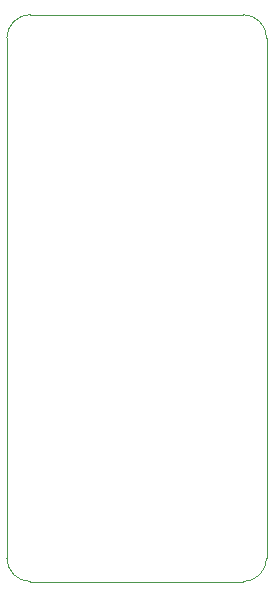
<source format=gm1>
%TF.GenerationSoftware,KiCad,Pcbnew,(6.0.4)*%
%TF.CreationDate,2022-04-04T21:58:21+02:00*%
%TF.ProjectId,TERMINATOR_BOARD,5445524d-494e-4415-944f-525f424f4152,rev?*%
%TF.SameCoordinates,Original*%
%TF.FileFunction,Profile,NP*%
%FSLAX46Y46*%
G04 Gerber Fmt 4.6, Leading zero omitted, Abs format (unit mm)*
G04 Created by KiCad (PCBNEW (6.0.4)) date 2022-04-04 21:58:21*
%MOMM*%
%LPD*%
G01*
G04 APERTURE LIST*
%TA.AperFunction,Profile*%
%ADD10C,0.050000*%
%TD*%
G04 APERTURE END LIST*
D10*
X100000000Y-52000000D02*
X100000000Y-96000000D01*
X102000000Y-98000000D02*
X120000000Y-98000000D01*
X122000000Y-96000000D02*
X122000000Y-52000000D01*
X102000000Y-50000000D02*
X120000000Y-50000000D01*
X100000000Y-96000000D02*
G75*
G03*
X102000000Y-98000000I2000000J0D01*
G01*
X120000000Y-98000000D02*
G75*
G03*
X122000000Y-96000000I0J2000000D01*
G01*
X122000000Y-52000000D02*
G75*
G03*
X120000000Y-50000000I-2000000J0D01*
G01*
X102000000Y-50000000D02*
G75*
G03*
X100000000Y-52000000I0J-2000000D01*
G01*
M02*

</source>
